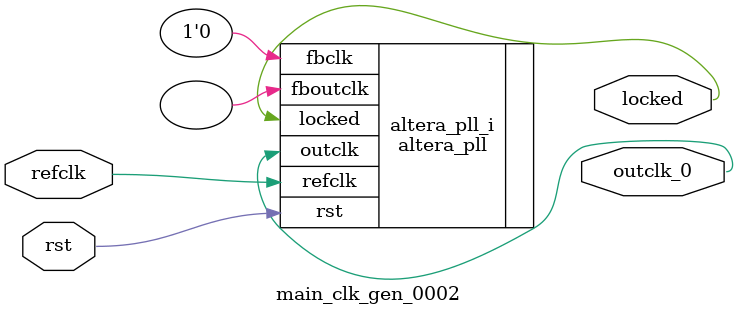
<source format=v>
`timescale 1ns/10ps
module  main_clk_gen_0002(

	// interface 'refclk'
	input wire refclk,

	// interface 'reset'
	input wire rst,

	// interface 'outclk0'
	output wire outclk_0,

	// interface 'locked'
	output wire locked
);

	altera_pll #(
		.fractional_vco_multiplier("true"),
		.reference_clock_frequency("50.0 MHz"),
		.operation_mode("direct"),
		.number_of_clocks(1),
		.output_clock_frequency0("18.432000 MHz"),
		.phase_shift0("0 ps"),
		.duty_cycle0(50),
		.output_clock_frequency1("0 MHz"),
		.phase_shift1("0 ps"),
		.duty_cycle1(50),
		.output_clock_frequency2("0 MHz"),
		.phase_shift2("0 ps"),
		.duty_cycle2(50),
		.output_clock_frequency3("0 MHz"),
		.phase_shift3("0 ps"),
		.duty_cycle3(50),
		.output_clock_frequency4("0 MHz"),
		.phase_shift4("0 ps"),
		.duty_cycle4(50),
		.output_clock_frequency5("0 MHz"),
		.phase_shift5("0 ps"),
		.duty_cycle5(50),
		.output_clock_frequency6("0 MHz"),
		.phase_shift6("0 ps"),
		.duty_cycle6(50),
		.output_clock_frequency7("0 MHz"),
		.phase_shift7("0 ps"),
		.duty_cycle7(50),
		.output_clock_frequency8("0 MHz"),
		.phase_shift8("0 ps"),
		.duty_cycle8(50),
		.output_clock_frequency9("0 MHz"),
		.phase_shift9("0 ps"),
		.duty_cycle9(50),
		.output_clock_frequency10("0 MHz"),
		.phase_shift10("0 ps"),
		.duty_cycle10(50),
		.output_clock_frequency11("0 MHz"),
		.phase_shift11("0 ps"),
		.duty_cycle11(50),
		.output_clock_frequency12("0 MHz"),
		.phase_shift12("0 ps"),
		.duty_cycle12(50),
		.output_clock_frequency13("0 MHz"),
		.phase_shift13("0 ps"),
		.duty_cycle13(50),
		.output_clock_frequency14("0 MHz"),
		.phase_shift14("0 ps"),
		.duty_cycle14(50),
		.output_clock_frequency15("0 MHz"),
		.phase_shift15("0 ps"),
		.duty_cycle15(50),
		.output_clock_frequency16("0 MHz"),
		.phase_shift16("0 ps"),
		.duty_cycle16(50),
		.output_clock_frequency17("0 MHz"),
		.phase_shift17("0 ps"),
		.duty_cycle17(50),
		.pll_type("General"),
		.pll_subtype("General")
	) altera_pll_i (
		.rst	(rst),
		.outclk	({outclk_0}),
		.locked	(locked),
		.fboutclk	( ),
		.fbclk	(1'b0),
		.refclk	(refclk)
	);
endmodule


</source>
